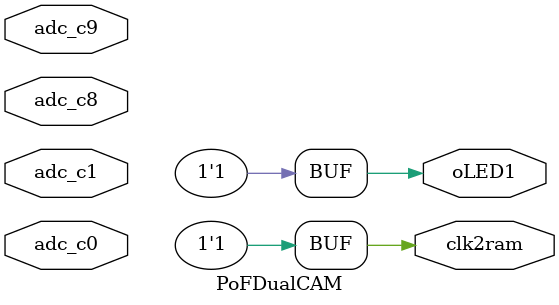
<source format=v>
module PoFDualCAM(
	output oLED1,
	input[1:0] adc_c0,
	input [1:0] adc_c1,
	input [1:0] adc_c8,
	input [1:0] adc_c9,
	
	output clk2ram
);


assign oLED1=1;
assign clk2ram=1;
//on-chip oscillator.
wire clk_hf;
wire clk_lf;
MyOSC osc1(
		.hf_out_en_i(1'b1), 
        .hf_clk_out_o(clk_hf), 
        .lf_clk_out_o(clk_lf)) ;
//on-chip ADC.
reg [3:0] adc0_ch_sel;
reg [3:0] adc1_ch_sel;
wire [11:0] adc0_data;
wire [11:0] adc1_data;

reg adc_convstop;
wire adc_eoc;
wire adc_cog;
MyADC adc_module(
		.adc_en_i(1'b1), //input adc_en_i ; 
        .adc_resetn_i(1'b0), //input adc_resetn_i ; 
        .adc_clk_i(clk_hf), //input adc_clk_i ; 
        .fab_clk_i(clk_hf), //input fab_clk_i ; 
        .adc_cal_i(1'b1), //input adc_cal_i ; 
        .adc_soc_i(1'b0), //input adc_soc_i ;
        .adc_calrdy_o(), //output adc_calrdy_o ; 
        .adc0_ch_sel_i(adc0_ch_sel), //input [3:0] adc0_ch_sel_i ; 
        .adc1_ch_sel_i(adc1_ch_sel),  //input [3:0] adc1_ch_sel_i ; 
        .adc_cog_o(adc_cog), //output adc_cog_o ; 
        .adc_eoc_o(adc_eoc),  //output adc_eoc_o ; 
        .adc_convstop_i(adc_convstop), //input adc_convstop_i ; 
        .adc0_o(adc0_data), //output [11:0] adc0_o ; 
        .adc1_o(adc1_data), //output [11:0] adc1_o ; 
        .ADC_CP0(adc_c0[0]), //input ADC_CP0 ; 
        .ADC_CN0(adc_c0[1]), //input ADC_CN0 ; 
        .ADC_CP1(adc_c1[0]), //input ADC_CP1 ; 
        .ADC_CN1(adc_c1[1]), //input ADC_CN1 ; 
        .ADC_CP8(adc_c8[0]), //input ADC_CP8 ; 
        .ADC_CN8(adc_c8[1]), //input ADC_CN8 ; 
        .ADC_CP9(adc_c9[0]), //input ADC_CP9 ; 
        .ADC_CN9(adc_c9[1])); //input ADC_CN9 ; 

endmodule
</source>
